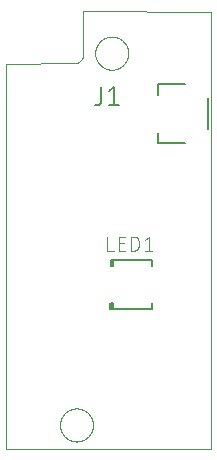
<source format=gto>
G75*
%MOIN*%
%OFA0B0*%
%FSLAX25Y25*%
%IPPOS*%
%LPD*%
%AMOC8*
5,1,8,0,0,1.08239X$1,22.5*
%
%ADD10C,0.00300*%
%ADD11C,0.00000*%
%ADD12C,0.00500*%
%ADD13C,0.00600*%
%ADD14C,0.00400*%
D10*
X0003787Y0012449D02*
X0003787Y0140795D01*
X0026546Y0140852D01*
X0026546Y0140851D02*
X0026656Y0140853D01*
X0026766Y0140859D01*
X0026875Y0140868D01*
X0026984Y0140882D01*
X0027093Y0140899D01*
X0027201Y0140920D01*
X0027308Y0140945D01*
X0027414Y0140973D01*
X0027519Y0141005D01*
X0027623Y0141041D01*
X0027726Y0141080D01*
X0027827Y0141123D01*
X0027927Y0141170D01*
X0028025Y0141220D01*
X0028121Y0141273D01*
X0028215Y0141330D01*
X0028307Y0141390D01*
X0028398Y0141453D01*
X0028485Y0141519D01*
X0028571Y0141588D01*
X0028654Y0141660D01*
X0028734Y0141735D01*
X0028812Y0141813D01*
X0028887Y0141893D01*
X0028959Y0141976D01*
X0029028Y0142062D01*
X0029094Y0142149D01*
X0029157Y0142240D01*
X0029217Y0142332D01*
X0029274Y0142426D01*
X0029327Y0142522D01*
X0029377Y0142620D01*
X0029424Y0142720D01*
X0029467Y0142821D01*
X0029506Y0142924D01*
X0029542Y0143028D01*
X0029574Y0143133D01*
X0029602Y0143239D01*
X0029627Y0143346D01*
X0029648Y0143454D01*
X0029665Y0143563D01*
X0029679Y0143672D01*
X0029688Y0143781D01*
X0029694Y0143891D01*
X0029696Y0144001D01*
X0029695Y0144001D02*
X0029695Y0158174D01*
X0072291Y0158118D01*
X0072291Y0012449D01*
X0003787Y0012449D01*
X0072291Y0012449D01*
X0072291Y0158118D01*
D11*
X0033643Y0144257D02*
X0033645Y0144405D01*
X0033651Y0144553D01*
X0033661Y0144701D01*
X0033675Y0144848D01*
X0033693Y0144995D01*
X0033714Y0145141D01*
X0033740Y0145287D01*
X0033770Y0145432D01*
X0033803Y0145576D01*
X0033841Y0145719D01*
X0033882Y0145861D01*
X0033927Y0146002D01*
X0033975Y0146142D01*
X0034028Y0146281D01*
X0034084Y0146418D01*
X0034144Y0146553D01*
X0034207Y0146687D01*
X0034274Y0146819D01*
X0034345Y0146949D01*
X0034419Y0147077D01*
X0034496Y0147203D01*
X0034577Y0147327D01*
X0034661Y0147449D01*
X0034748Y0147568D01*
X0034839Y0147685D01*
X0034933Y0147800D01*
X0035029Y0147912D01*
X0035129Y0148022D01*
X0035231Y0148128D01*
X0035337Y0148232D01*
X0035445Y0148333D01*
X0035556Y0148431D01*
X0035669Y0148527D01*
X0035785Y0148619D01*
X0035903Y0148708D01*
X0036024Y0148793D01*
X0036147Y0148876D01*
X0036272Y0148955D01*
X0036399Y0149031D01*
X0036528Y0149103D01*
X0036659Y0149172D01*
X0036792Y0149237D01*
X0036927Y0149298D01*
X0037063Y0149356D01*
X0037200Y0149411D01*
X0037339Y0149461D01*
X0037480Y0149508D01*
X0037621Y0149551D01*
X0037764Y0149591D01*
X0037908Y0149626D01*
X0038052Y0149658D01*
X0038198Y0149685D01*
X0038344Y0149709D01*
X0038491Y0149729D01*
X0038638Y0149745D01*
X0038785Y0149757D01*
X0038933Y0149765D01*
X0039081Y0149769D01*
X0039229Y0149769D01*
X0039377Y0149765D01*
X0039525Y0149757D01*
X0039672Y0149745D01*
X0039819Y0149729D01*
X0039966Y0149709D01*
X0040112Y0149685D01*
X0040258Y0149658D01*
X0040402Y0149626D01*
X0040546Y0149591D01*
X0040689Y0149551D01*
X0040830Y0149508D01*
X0040971Y0149461D01*
X0041110Y0149411D01*
X0041247Y0149356D01*
X0041383Y0149298D01*
X0041518Y0149237D01*
X0041651Y0149172D01*
X0041782Y0149103D01*
X0041911Y0149031D01*
X0042038Y0148955D01*
X0042163Y0148876D01*
X0042286Y0148793D01*
X0042407Y0148708D01*
X0042525Y0148619D01*
X0042641Y0148527D01*
X0042754Y0148431D01*
X0042865Y0148333D01*
X0042973Y0148232D01*
X0043079Y0148128D01*
X0043181Y0148022D01*
X0043281Y0147912D01*
X0043377Y0147800D01*
X0043471Y0147685D01*
X0043562Y0147568D01*
X0043649Y0147449D01*
X0043733Y0147327D01*
X0043814Y0147203D01*
X0043891Y0147077D01*
X0043965Y0146949D01*
X0044036Y0146819D01*
X0044103Y0146687D01*
X0044166Y0146553D01*
X0044226Y0146418D01*
X0044282Y0146281D01*
X0044335Y0146142D01*
X0044383Y0146002D01*
X0044428Y0145861D01*
X0044469Y0145719D01*
X0044507Y0145576D01*
X0044540Y0145432D01*
X0044570Y0145287D01*
X0044596Y0145141D01*
X0044617Y0144995D01*
X0044635Y0144848D01*
X0044649Y0144701D01*
X0044659Y0144553D01*
X0044665Y0144405D01*
X0044667Y0144257D01*
X0044665Y0144109D01*
X0044659Y0143961D01*
X0044649Y0143813D01*
X0044635Y0143666D01*
X0044617Y0143519D01*
X0044596Y0143373D01*
X0044570Y0143227D01*
X0044540Y0143082D01*
X0044507Y0142938D01*
X0044469Y0142795D01*
X0044428Y0142653D01*
X0044383Y0142512D01*
X0044335Y0142372D01*
X0044282Y0142233D01*
X0044226Y0142096D01*
X0044166Y0141961D01*
X0044103Y0141827D01*
X0044036Y0141695D01*
X0043965Y0141565D01*
X0043891Y0141437D01*
X0043814Y0141311D01*
X0043733Y0141187D01*
X0043649Y0141065D01*
X0043562Y0140946D01*
X0043471Y0140829D01*
X0043377Y0140714D01*
X0043281Y0140602D01*
X0043181Y0140492D01*
X0043079Y0140386D01*
X0042973Y0140282D01*
X0042865Y0140181D01*
X0042754Y0140083D01*
X0042641Y0139987D01*
X0042525Y0139895D01*
X0042407Y0139806D01*
X0042286Y0139721D01*
X0042163Y0139638D01*
X0042038Y0139559D01*
X0041911Y0139483D01*
X0041782Y0139411D01*
X0041651Y0139342D01*
X0041518Y0139277D01*
X0041383Y0139216D01*
X0041247Y0139158D01*
X0041110Y0139103D01*
X0040971Y0139053D01*
X0040830Y0139006D01*
X0040689Y0138963D01*
X0040546Y0138923D01*
X0040402Y0138888D01*
X0040258Y0138856D01*
X0040112Y0138829D01*
X0039966Y0138805D01*
X0039819Y0138785D01*
X0039672Y0138769D01*
X0039525Y0138757D01*
X0039377Y0138749D01*
X0039229Y0138745D01*
X0039081Y0138745D01*
X0038933Y0138749D01*
X0038785Y0138757D01*
X0038638Y0138769D01*
X0038491Y0138785D01*
X0038344Y0138805D01*
X0038198Y0138829D01*
X0038052Y0138856D01*
X0037908Y0138888D01*
X0037764Y0138923D01*
X0037621Y0138963D01*
X0037480Y0139006D01*
X0037339Y0139053D01*
X0037200Y0139103D01*
X0037063Y0139158D01*
X0036927Y0139216D01*
X0036792Y0139277D01*
X0036659Y0139342D01*
X0036528Y0139411D01*
X0036399Y0139483D01*
X0036272Y0139559D01*
X0036147Y0139638D01*
X0036024Y0139721D01*
X0035903Y0139806D01*
X0035785Y0139895D01*
X0035669Y0139987D01*
X0035556Y0140083D01*
X0035445Y0140181D01*
X0035337Y0140282D01*
X0035231Y0140386D01*
X0035129Y0140492D01*
X0035029Y0140602D01*
X0034933Y0140714D01*
X0034839Y0140829D01*
X0034748Y0140946D01*
X0034661Y0141065D01*
X0034577Y0141187D01*
X0034496Y0141311D01*
X0034419Y0141437D01*
X0034345Y0141565D01*
X0034274Y0141695D01*
X0034207Y0141827D01*
X0034144Y0141961D01*
X0034084Y0142096D01*
X0034028Y0142233D01*
X0033975Y0142372D01*
X0033927Y0142512D01*
X0033882Y0142653D01*
X0033841Y0142795D01*
X0033803Y0142938D01*
X0033770Y0143082D01*
X0033740Y0143227D01*
X0033714Y0143373D01*
X0033693Y0143519D01*
X0033675Y0143666D01*
X0033661Y0143813D01*
X0033651Y0143961D01*
X0033645Y0144109D01*
X0033643Y0144257D01*
X0021897Y0020323D02*
X0021899Y0020471D01*
X0021905Y0020619D01*
X0021915Y0020767D01*
X0021929Y0020914D01*
X0021947Y0021061D01*
X0021968Y0021207D01*
X0021994Y0021353D01*
X0022024Y0021498D01*
X0022057Y0021642D01*
X0022095Y0021785D01*
X0022136Y0021927D01*
X0022181Y0022068D01*
X0022229Y0022208D01*
X0022282Y0022347D01*
X0022338Y0022484D01*
X0022398Y0022619D01*
X0022461Y0022753D01*
X0022528Y0022885D01*
X0022599Y0023015D01*
X0022673Y0023143D01*
X0022750Y0023269D01*
X0022831Y0023393D01*
X0022915Y0023515D01*
X0023002Y0023634D01*
X0023093Y0023751D01*
X0023187Y0023866D01*
X0023283Y0023978D01*
X0023383Y0024088D01*
X0023485Y0024194D01*
X0023591Y0024298D01*
X0023699Y0024399D01*
X0023810Y0024497D01*
X0023923Y0024593D01*
X0024039Y0024685D01*
X0024157Y0024774D01*
X0024278Y0024859D01*
X0024401Y0024942D01*
X0024526Y0025021D01*
X0024653Y0025097D01*
X0024782Y0025169D01*
X0024913Y0025238D01*
X0025046Y0025303D01*
X0025181Y0025364D01*
X0025317Y0025422D01*
X0025454Y0025477D01*
X0025593Y0025527D01*
X0025734Y0025574D01*
X0025875Y0025617D01*
X0026018Y0025657D01*
X0026162Y0025692D01*
X0026306Y0025724D01*
X0026452Y0025751D01*
X0026598Y0025775D01*
X0026745Y0025795D01*
X0026892Y0025811D01*
X0027039Y0025823D01*
X0027187Y0025831D01*
X0027335Y0025835D01*
X0027483Y0025835D01*
X0027631Y0025831D01*
X0027779Y0025823D01*
X0027926Y0025811D01*
X0028073Y0025795D01*
X0028220Y0025775D01*
X0028366Y0025751D01*
X0028512Y0025724D01*
X0028656Y0025692D01*
X0028800Y0025657D01*
X0028943Y0025617D01*
X0029084Y0025574D01*
X0029225Y0025527D01*
X0029364Y0025477D01*
X0029501Y0025422D01*
X0029637Y0025364D01*
X0029772Y0025303D01*
X0029905Y0025238D01*
X0030036Y0025169D01*
X0030165Y0025097D01*
X0030292Y0025021D01*
X0030417Y0024942D01*
X0030540Y0024859D01*
X0030661Y0024774D01*
X0030779Y0024685D01*
X0030895Y0024593D01*
X0031008Y0024497D01*
X0031119Y0024399D01*
X0031227Y0024298D01*
X0031333Y0024194D01*
X0031435Y0024088D01*
X0031535Y0023978D01*
X0031631Y0023866D01*
X0031725Y0023751D01*
X0031816Y0023634D01*
X0031903Y0023515D01*
X0031987Y0023393D01*
X0032068Y0023269D01*
X0032145Y0023143D01*
X0032219Y0023015D01*
X0032290Y0022885D01*
X0032357Y0022753D01*
X0032420Y0022619D01*
X0032480Y0022484D01*
X0032536Y0022347D01*
X0032589Y0022208D01*
X0032637Y0022068D01*
X0032682Y0021927D01*
X0032723Y0021785D01*
X0032761Y0021642D01*
X0032794Y0021498D01*
X0032824Y0021353D01*
X0032850Y0021207D01*
X0032871Y0021061D01*
X0032889Y0020914D01*
X0032903Y0020767D01*
X0032913Y0020619D01*
X0032919Y0020471D01*
X0032921Y0020323D01*
X0032919Y0020175D01*
X0032913Y0020027D01*
X0032903Y0019879D01*
X0032889Y0019732D01*
X0032871Y0019585D01*
X0032850Y0019439D01*
X0032824Y0019293D01*
X0032794Y0019148D01*
X0032761Y0019004D01*
X0032723Y0018861D01*
X0032682Y0018719D01*
X0032637Y0018578D01*
X0032589Y0018438D01*
X0032536Y0018299D01*
X0032480Y0018162D01*
X0032420Y0018027D01*
X0032357Y0017893D01*
X0032290Y0017761D01*
X0032219Y0017631D01*
X0032145Y0017503D01*
X0032068Y0017377D01*
X0031987Y0017253D01*
X0031903Y0017131D01*
X0031816Y0017012D01*
X0031725Y0016895D01*
X0031631Y0016780D01*
X0031535Y0016668D01*
X0031435Y0016558D01*
X0031333Y0016452D01*
X0031227Y0016348D01*
X0031119Y0016247D01*
X0031008Y0016149D01*
X0030895Y0016053D01*
X0030779Y0015961D01*
X0030661Y0015872D01*
X0030540Y0015787D01*
X0030417Y0015704D01*
X0030292Y0015625D01*
X0030165Y0015549D01*
X0030036Y0015477D01*
X0029905Y0015408D01*
X0029772Y0015343D01*
X0029637Y0015282D01*
X0029501Y0015224D01*
X0029364Y0015169D01*
X0029225Y0015119D01*
X0029084Y0015072D01*
X0028943Y0015029D01*
X0028800Y0014989D01*
X0028656Y0014954D01*
X0028512Y0014922D01*
X0028366Y0014895D01*
X0028220Y0014871D01*
X0028073Y0014851D01*
X0027926Y0014835D01*
X0027779Y0014823D01*
X0027631Y0014815D01*
X0027483Y0014811D01*
X0027335Y0014811D01*
X0027187Y0014815D01*
X0027039Y0014823D01*
X0026892Y0014835D01*
X0026745Y0014851D01*
X0026598Y0014871D01*
X0026452Y0014895D01*
X0026306Y0014922D01*
X0026162Y0014954D01*
X0026018Y0014989D01*
X0025875Y0015029D01*
X0025734Y0015072D01*
X0025593Y0015119D01*
X0025454Y0015169D01*
X0025317Y0015224D01*
X0025181Y0015282D01*
X0025046Y0015343D01*
X0024913Y0015408D01*
X0024782Y0015477D01*
X0024653Y0015549D01*
X0024526Y0015625D01*
X0024401Y0015704D01*
X0024278Y0015787D01*
X0024157Y0015872D01*
X0024039Y0015961D01*
X0023923Y0016053D01*
X0023810Y0016149D01*
X0023699Y0016247D01*
X0023591Y0016348D01*
X0023485Y0016452D01*
X0023383Y0016558D01*
X0023283Y0016668D01*
X0023187Y0016780D01*
X0023093Y0016895D01*
X0023002Y0017012D01*
X0022915Y0017131D01*
X0022831Y0017253D01*
X0022750Y0017377D01*
X0022673Y0017503D01*
X0022599Y0017631D01*
X0022528Y0017761D01*
X0022461Y0017893D01*
X0022398Y0018027D01*
X0022338Y0018162D01*
X0022282Y0018299D01*
X0022229Y0018438D01*
X0022181Y0018578D01*
X0022136Y0018719D01*
X0022095Y0018861D01*
X0022057Y0019004D01*
X0022024Y0019148D01*
X0021994Y0019293D01*
X0021968Y0019439D01*
X0021947Y0019585D01*
X0021929Y0019732D01*
X0021915Y0019879D01*
X0021905Y0020027D01*
X0021899Y0020175D01*
X0021897Y0020323D01*
D12*
X0054538Y0114266D02*
X0063494Y0114266D01*
X0071270Y0118991D02*
X0071270Y0129227D01*
X0063494Y0133951D02*
X0054538Y0133951D01*
X0054538Y0130467D01*
X0054538Y0117750D02*
X0054538Y0114266D01*
X0041689Y0126914D02*
X0038300Y0126914D01*
X0039995Y0126914D02*
X0039995Y0133014D01*
X0038300Y0131658D01*
X0035662Y0133014D02*
X0035662Y0128269D01*
X0035660Y0128198D01*
X0035655Y0128127D01*
X0035645Y0128057D01*
X0035632Y0127987D01*
X0035616Y0127918D01*
X0035596Y0127850D01*
X0035572Y0127783D01*
X0035545Y0127717D01*
X0035514Y0127653D01*
X0035480Y0127591D01*
X0035443Y0127530D01*
X0035403Y0127472D01*
X0035360Y0127416D01*
X0035314Y0127362D01*
X0035265Y0127310D01*
X0035213Y0127261D01*
X0035159Y0127215D01*
X0035103Y0127172D01*
X0035045Y0127132D01*
X0034984Y0127095D01*
X0034922Y0127061D01*
X0034858Y0127030D01*
X0034792Y0127003D01*
X0034725Y0126979D01*
X0034657Y0126959D01*
X0034588Y0126943D01*
X0034518Y0126930D01*
X0034448Y0126920D01*
X0034377Y0126915D01*
X0034306Y0126913D01*
X0034306Y0126914D02*
X0033629Y0126914D01*
D13*
X0038801Y0075423D02*
X0039281Y0075423D01*
X0039281Y0073343D01*
X0039721Y0073343D02*
X0039721Y0075423D01*
X0052481Y0075423D01*
X0052481Y0073363D01*
X0052481Y0061123D02*
X0052481Y0059043D01*
X0039721Y0059043D01*
X0039721Y0061103D01*
X0039681Y0061123D02*
X0038761Y0061123D01*
X0038741Y0061103D02*
X0038741Y0059043D01*
X0039281Y0059043D01*
X0039281Y0061103D01*
X0039281Y0059043D02*
X0039721Y0059043D01*
X0039721Y0073323D02*
X0038801Y0073323D01*
X0038801Y0073343D02*
X0038801Y0075423D01*
X0039281Y0075423D02*
X0039721Y0075423D01*
D14*
X0039769Y0078471D02*
X0037721Y0078471D01*
X0037721Y0083077D01*
X0041626Y0083077D02*
X0041626Y0078471D01*
X0043674Y0078471D01*
X0043162Y0081030D02*
X0041626Y0081030D01*
X0041626Y0083077D02*
X0043674Y0083077D01*
X0045523Y0083077D02*
X0045523Y0078471D01*
X0046802Y0078471D01*
X0046802Y0078470D02*
X0046871Y0078472D01*
X0046940Y0078478D01*
X0047009Y0078487D01*
X0047077Y0078500D01*
X0047144Y0078517D01*
X0047211Y0078537D01*
X0047276Y0078561D01*
X0047339Y0078588D01*
X0047402Y0078619D01*
X0047462Y0078653D01*
X0047520Y0078691D01*
X0047577Y0078731D01*
X0047631Y0078774D01*
X0047682Y0078821D01*
X0047731Y0078870D01*
X0047778Y0078921D01*
X0047821Y0078975D01*
X0047861Y0079032D01*
X0047899Y0079090D01*
X0047933Y0079150D01*
X0047964Y0079213D01*
X0047991Y0079276D01*
X0048015Y0079341D01*
X0048035Y0079408D01*
X0048052Y0079475D01*
X0048065Y0079543D01*
X0048074Y0079612D01*
X0048080Y0079681D01*
X0048082Y0079750D01*
X0048082Y0081798D01*
X0048080Y0081867D01*
X0048074Y0081936D01*
X0048065Y0082005D01*
X0048052Y0082073D01*
X0048035Y0082140D01*
X0048015Y0082207D01*
X0047991Y0082272D01*
X0047964Y0082335D01*
X0047933Y0082398D01*
X0047899Y0082458D01*
X0047861Y0082516D01*
X0047821Y0082573D01*
X0047778Y0082627D01*
X0047731Y0082678D01*
X0047682Y0082727D01*
X0047631Y0082774D01*
X0047577Y0082817D01*
X0047520Y0082857D01*
X0047462Y0082895D01*
X0047402Y0082929D01*
X0047339Y0082960D01*
X0047276Y0082987D01*
X0047211Y0083011D01*
X0047144Y0083031D01*
X0047077Y0083048D01*
X0047009Y0083061D01*
X0046940Y0083070D01*
X0046871Y0083076D01*
X0046802Y0083078D01*
X0046802Y0083077D02*
X0045523Y0083077D01*
X0050179Y0082053D02*
X0051458Y0083077D01*
X0051458Y0078471D01*
X0050179Y0078471D02*
X0052738Y0078471D01*
M02*

</source>
